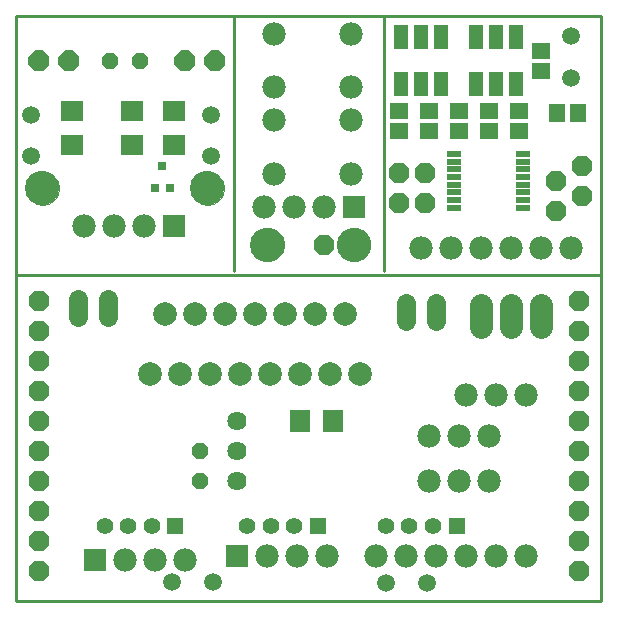
<source format=gts>
G75*
G70*
%OFA0B0*%
%FSLAX24Y24*%
%IPPOS*%
%LPD*%
%AMOC8*
5,1,8,0,0,1.08239X$1,22.5*
%
%ADD10C,0.0000*%
%ADD11C,0.0100*%
%ADD12C,0.1142*%
%ADD13C,0.0788*%
%ADD14OC8,0.0670*%
%ADD15C,0.0640*%
%ADD16OC8,0.0560*%
%ADD17R,0.0670X0.0749*%
%ADD18C,0.0640*%
%ADD19R,0.0750X0.0670*%
%ADD20OC8,0.0700*%
%ADD21C,0.0780*%
%ADD22R,0.0555X0.0555*%
%ADD23C,0.0555*%
%ADD24C,0.0780*%
%ADD25R,0.0780X0.0780*%
%ADD26C,0.0591*%
%ADD27R,0.0276X0.0257*%
%ADD28R,0.0512X0.0197*%
%ADD29R,0.0473X0.0827*%
%ADD30R,0.0631X0.0552*%
%ADD31R,0.0552X0.0631*%
D10*
X000750Y000138D02*
X000750Y010995D01*
X020252Y010995D01*
X020252Y000138D01*
X000750Y000138D01*
X000750Y000150D02*
X000750Y019650D01*
X020250Y019650D01*
X020250Y000150D01*
X000750Y000150D01*
X008574Y012025D02*
X008576Y012072D01*
X008582Y012118D01*
X008592Y012164D01*
X008605Y012209D01*
X008623Y012252D01*
X008644Y012294D01*
X008668Y012334D01*
X008696Y012371D01*
X008727Y012406D01*
X008761Y012439D01*
X008797Y012468D01*
X008836Y012494D01*
X008877Y012517D01*
X008920Y012536D01*
X008964Y012552D01*
X009009Y012564D01*
X009055Y012572D01*
X009102Y012576D01*
X009148Y012576D01*
X009195Y012572D01*
X009241Y012564D01*
X009286Y012552D01*
X009330Y012536D01*
X009373Y012517D01*
X009414Y012494D01*
X009453Y012468D01*
X009489Y012439D01*
X009523Y012406D01*
X009554Y012371D01*
X009582Y012334D01*
X009606Y012294D01*
X009627Y012252D01*
X009645Y012209D01*
X009658Y012164D01*
X009668Y012118D01*
X009674Y012072D01*
X009676Y012025D01*
X009674Y011978D01*
X009668Y011932D01*
X009658Y011886D01*
X009645Y011841D01*
X009627Y011798D01*
X009606Y011756D01*
X009582Y011716D01*
X009554Y011679D01*
X009523Y011644D01*
X009489Y011611D01*
X009453Y011582D01*
X009414Y011556D01*
X009373Y011533D01*
X009330Y011514D01*
X009286Y011498D01*
X009241Y011486D01*
X009195Y011478D01*
X009148Y011474D01*
X009102Y011474D01*
X009055Y011478D01*
X009009Y011486D01*
X008964Y011498D01*
X008920Y011514D01*
X008877Y011533D01*
X008836Y011556D01*
X008797Y011582D01*
X008761Y011611D01*
X008727Y011644D01*
X008696Y011679D01*
X008668Y011716D01*
X008644Y011756D01*
X008623Y011798D01*
X008605Y011841D01*
X008592Y011886D01*
X008582Y011932D01*
X008576Y011978D01*
X008574Y012025D01*
X006574Y013900D02*
X006576Y013947D01*
X006582Y013993D01*
X006592Y014039D01*
X006605Y014084D01*
X006623Y014127D01*
X006644Y014169D01*
X006668Y014209D01*
X006696Y014246D01*
X006727Y014281D01*
X006761Y014314D01*
X006797Y014343D01*
X006836Y014369D01*
X006877Y014392D01*
X006920Y014411D01*
X006964Y014427D01*
X007009Y014439D01*
X007055Y014447D01*
X007102Y014451D01*
X007148Y014451D01*
X007195Y014447D01*
X007241Y014439D01*
X007286Y014427D01*
X007330Y014411D01*
X007373Y014392D01*
X007414Y014369D01*
X007453Y014343D01*
X007489Y014314D01*
X007523Y014281D01*
X007554Y014246D01*
X007582Y014209D01*
X007606Y014169D01*
X007627Y014127D01*
X007645Y014084D01*
X007658Y014039D01*
X007668Y013993D01*
X007674Y013947D01*
X007676Y013900D01*
X007674Y013853D01*
X007668Y013807D01*
X007658Y013761D01*
X007645Y013716D01*
X007627Y013673D01*
X007606Y013631D01*
X007582Y013591D01*
X007554Y013554D01*
X007523Y013519D01*
X007489Y013486D01*
X007453Y013457D01*
X007414Y013431D01*
X007373Y013408D01*
X007330Y013389D01*
X007286Y013373D01*
X007241Y013361D01*
X007195Y013353D01*
X007148Y013349D01*
X007102Y013349D01*
X007055Y013353D01*
X007009Y013361D01*
X006964Y013373D01*
X006920Y013389D01*
X006877Y013408D01*
X006836Y013431D01*
X006797Y013457D01*
X006761Y013486D01*
X006727Y013519D01*
X006696Y013554D01*
X006668Y013591D01*
X006644Y013631D01*
X006623Y013673D01*
X006605Y013716D01*
X006592Y013761D01*
X006582Y013807D01*
X006576Y013853D01*
X006574Y013900D01*
X001074Y013900D02*
X001076Y013947D01*
X001082Y013993D01*
X001092Y014039D01*
X001105Y014084D01*
X001123Y014127D01*
X001144Y014169D01*
X001168Y014209D01*
X001196Y014246D01*
X001227Y014281D01*
X001261Y014314D01*
X001297Y014343D01*
X001336Y014369D01*
X001377Y014392D01*
X001420Y014411D01*
X001464Y014427D01*
X001509Y014439D01*
X001555Y014447D01*
X001602Y014451D01*
X001648Y014451D01*
X001695Y014447D01*
X001741Y014439D01*
X001786Y014427D01*
X001830Y014411D01*
X001873Y014392D01*
X001914Y014369D01*
X001953Y014343D01*
X001989Y014314D01*
X002023Y014281D01*
X002054Y014246D01*
X002082Y014209D01*
X002106Y014169D01*
X002127Y014127D01*
X002145Y014084D01*
X002158Y014039D01*
X002168Y013993D01*
X002174Y013947D01*
X002176Y013900D01*
X002174Y013853D01*
X002168Y013807D01*
X002158Y013761D01*
X002145Y013716D01*
X002127Y013673D01*
X002106Y013631D01*
X002082Y013591D01*
X002054Y013554D01*
X002023Y013519D01*
X001989Y013486D01*
X001953Y013457D01*
X001914Y013431D01*
X001873Y013408D01*
X001830Y013389D01*
X001786Y013373D01*
X001741Y013361D01*
X001695Y013353D01*
X001648Y013349D01*
X001602Y013349D01*
X001555Y013353D01*
X001509Y013361D01*
X001464Y013373D01*
X001420Y013389D01*
X001377Y013408D01*
X001336Y013431D01*
X001297Y013457D01*
X001261Y013486D01*
X001227Y013519D01*
X001196Y013554D01*
X001168Y013591D01*
X001144Y013631D01*
X001123Y013673D01*
X001105Y013716D01*
X001092Y013761D01*
X001082Y013807D01*
X001076Y013853D01*
X001074Y013900D01*
X011449Y012025D02*
X011451Y012072D01*
X011457Y012118D01*
X011467Y012164D01*
X011480Y012209D01*
X011498Y012252D01*
X011519Y012294D01*
X011543Y012334D01*
X011571Y012371D01*
X011602Y012406D01*
X011636Y012439D01*
X011672Y012468D01*
X011711Y012494D01*
X011752Y012517D01*
X011795Y012536D01*
X011839Y012552D01*
X011884Y012564D01*
X011930Y012572D01*
X011977Y012576D01*
X012023Y012576D01*
X012070Y012572D01*
X012116Y012564D01*
X012161Y012552D01*
X012205Y012536D01*
X012248Y012517D01*
X012289Y012494D01*
X012328Y012468D01*
X012364Y012439D01*
X012398Y012406D01*
X012429Y012371D01*
X012457Y012334D01*
X012481Y012294D01*
X012502Y012252D01*
X012520Y012209D01*
X012533Y012164D01*
X012543Y012118D01*
X012549Y012072D01*
X012551Y012025D01*
X012549Y011978D01*
X012543Y011932D01*
X012533Y011886D01*
X012520Y011841D01*
X012502Y011798D01*
X012481Y011756D01*
X012457Y011716D01*
X012429Y011679D01*
X012398Y011644D01*
X012364Y011611D01*
X012328Y011582D01*
X012289Y011556D01*
X012248Y011533D01*
X012205Y011514D01*
X012161Y011498D01*
X012116Y011486D01*
X012070Y011478D01*
X012023Y011474D01*
X011977Y011474D01*
X011930Y011478D01*
X011884Y011486D01*
X011839Y011498D01*
X011795Y011514D01*
X011752Y011533D01*
X011711Y011556D01*
X011672Y011582D01*
X011636Y011611D01*
X011602Y011644D01*
X011571Y011679D01*
X011543Y011716D01*
X011519Y011756D01*
X011498Y011798D01*
X011480Y011841D01*
X011467Y011886D01*
X011457Y011932D01*
X011451Y011978D01*
X011449Y012025D01*
D11*
X013000Y011150D02*
X013000Y019650D01*
X020250Y019650D01*
X020250Y011025D01*
X020250Y000150D01*
X000750Y000150D01*
X000750Y011025D01*
X000750Y019650D01*
X013000Y019650D01*
X008000Y019650D02*
X008000Y011150D01*
X000750Y011025D02*
X020250Y011025D01*
D12*
X012000Y012025D03*
X009125Y012025D03*
X007125Y013900D03*
X001625Y013900D03*
D13*
X005726Y009709D03*
X006726Y009709D03*
X007726Y009709D03*
X008726Y009709D03*
X009726Y009709D03*
X010726Y009709D03*
X011726Y009709D03*
X011226Y007709D03*
X010226Y007709D03*
X009226Y007709D03*
X008226Y007709D03*
X007226Y007709D03*
X006226Y007709D03*
X005226Y007709D03*
X012226Y007709D03*
D14*
X011000Y012025D03*
X013500Y013400D03*
X014375Y013400D03*
X014375Y014400D03*
X013500Y014400D03*
X018750Y014150D03*
X018750Y013150D03*
X019625Y013650D03*
X019625Y014650D03*
X019500Y010150D03*
X019500Y009150D03*
X019500Y008150D03*
X019500Y007150D03*
X019500Y006150D03*
X019500Y005150D03*
X019500Y004150D03*
X019500Y003150D03*
X019500Y002150D03*
X019500Y001150D03*
X001500Y001150D03*
X001500Y002150D03*
X001500Y003150D03*
X001500Y004150D03*
X001500Y005150D03*
X001500Y006150D03*
X001500Y007150D03*
X001500Y008150D03*
X001500Y009150D03*
X001500Y010150D03*
D15*
X002803Y010200D02*
X002803Y009600D01*
X003803Y009600D02*
X003803Y010200D01*
X013750Y010075D02*
X013750Y009475D01*
X014750Y009475D02*
X014750Y010075D01*
D16*
X006875Y005150D03*
X006875Y004150D03*
X004875Y018150D03*
X003875Y018150D03*
D17*
X010199Y006150D03*
X011301Y006150D03*
D18*
X008125Y006150D03*
X008125Y005150D03*
X008125Y004150D03*
D19*
X006000Y015340D03*
X006000Y016460D03*
X004625Y016460D03*
X004625Y015340D03*
X002625Y015340D03*
X002625Y016460D03*
D20*
X002500Y018150D03*
X001500Y018150D03*
X006375Y018150D03*
X007375Y018150D03*
D21*
X016250Y010020D02*
X016250Y009280D01*
X017250Y009280D02*
X017250Y010020D01*
X018250Y010020D02*
X018250Y009280D01*
D22*
X015431Y002650D03*
X010806Y002650D03*
X006056Y002650D03*
D23*
X005269Y002650D03*
X004481Y002650D03*
X003694Y002650D03*
X008444Y002650D03*
X009231Y002650D03*
X010019Y002650D03*
X013069Y002650D03*
X013856Y002650D03*
X014644Y002650D03*
D24*
X014750Y001650D03*
X013750Y001650D03*
X012750Y001650D03*
X011125Y001650D03*
X010125Y001650D03*
X009125Y001650D03*
X006375Y001525D03*
X005375Y001525D03*
X004375Y001525D03*
X014500Y004150D03*
X015500Y004150D03*
X016500Y004150D03*
X016500Y005650D03*
X015500Y005650D03*
X014500Y005650D03*
X015750Y007025D03*
X016750Y007025D03*
X017750Y007025D03*
X017250Y011900D03*
X016250Y011900D03*
X015250Y011900D03*
X014250Y011900D03*
X011905Y014385D03*
X011000Y013275D03*
X010000Y013275D03*
X009000Y013275D03*
X009345Y014385D03*
X009345Y016165D03*
X009345Y017260D03*
X009345Y019040D03*
X011905Y019040D03*
X011905Y017260D03*
X011905Y016165D03*
X018250Y011900D03*
X019250Y011900D03*
X017750Y001650D03*
X016750Y001650D03*
X015750Y001650D03*
X005000Y012650D03*
X004000Y012650D03*
X003000Y012650D03*
D25*
X006000Y012650D03*
X012000Y013275D03*
X008125Y001650D03*
X003375Y001525D03*
D26*
X005936Y000775D03*
X007314Y000775D03*
X013061Y000750D03*
X014439Y000750D03*
X007250Y014961D03*
X007250Y016339D03*
X001250Y016339D03*
X001250Y014961D03*
X019250Y017586D03*
X019250Y018964D03*
D27*
X005881Y013911D03*
X005369Y013911D03*
X005625Y014639D03*
D28*
X015348Y014534D03*
X015348Y014790D03*
X015348Y015046D03*
X015348Y014278D03*
X015348Y014022D03*
X015348Y013766D03*
X015348Y013510D03*
X015348Y013254D03*
X017652Y013254D03*
X017652Y013510D03*
X017652Y013766D03*
X017652Y014022D03*
X017652Y014278D03*
X017652Y014534D03*
X017652Y014790D03*
X017652Y015046D03*
D29*
X017419Y017363D03*
X016750Y017363D03*
X016081Y017363D03*
X014919Y017363D03*
X014250Y017363D03*
X013581Y017363D03*
X013581Y018937D03*
X014250Y018937D03*
X014919Y018937D03*
X016081Y018937D03*
X016750Y018937D03*
X017419Y018937D03*
D30*
X018250Y018485D03*
X018250Y017815D03*
X017500Y016485D03*
X017500Y015815D03*
X016500Y015815D03*
X016500Y016485D03*
X015500Y016485D03*
X015500Y015815D03*
X014500Y015815D03*
X014500Y016485D03*
X013500Y016485D03*
X013500Y015815D03*
D31*
X018790Y016400D03*
X019460Y016400D03*
M02*

</source>
